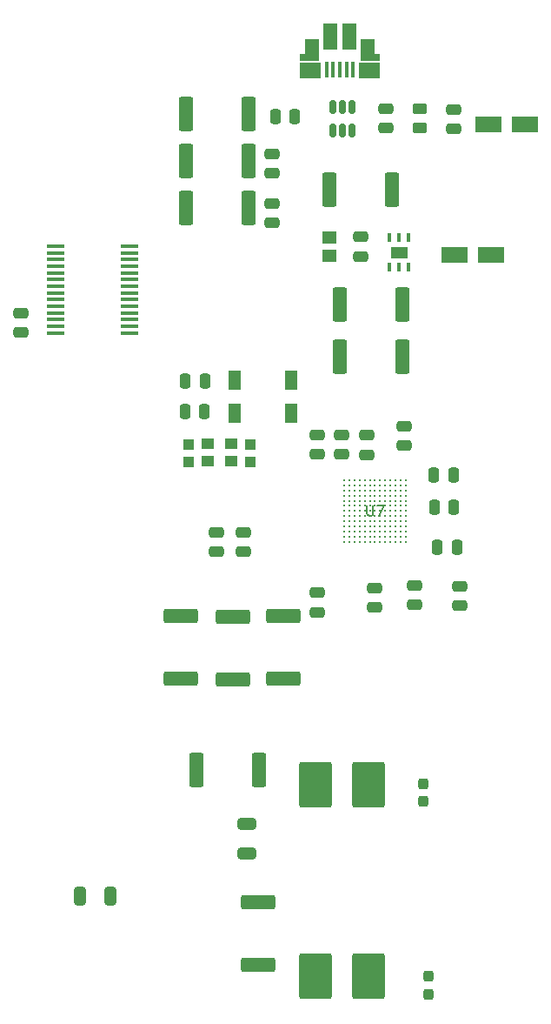
<source format=gbr>
%TF.GenerationSoftware,KiCad,Pcbnew,(6.0.11)*%
%TF.CreationDate,2023-03-28T17:23:35-03:00*%
%TF.ProjectId,singledaq,73696e67-6c65-4646-9171-2e6b69636164,rev?*%
%TF.SameCoordinates,Original*%
%TF.FileFunction,Paste,Top*%
%TF.FilePolarity,Positive*%
%FSLAX46Y46*%
G04 Gerber Fmt 4.6, Leading zero omitted, Abs format (unit mm)*
G04 Created by KiCad (PCBNEW (6.0.11)) date 2023-03-28 17:23:35*
%MOMM*%
%LPD*%
G01*
G04 APERTURE LIST*
G04 Aperture macros list*
%AMRoundRect*
0 Rectangle with rounded corners*
0 $1 Rounding radius*
0 $2 $3 $4 $5 $6 $7 $8 $9 X,Y pos of 4 corners*
0 Add a 4 corners polygon primitive as box body*
4,1,4,$2,$3,$4,$5,$6,$7,$8,$9,$2,$3,0*
0 Add four circle primitives for the rounded corners*
1,1,$1+$1,$2,$3*
1,1,$1+$1,$4,$5*
1,1,$1+$1,$6,$7*
1,1,$1+$1,$8,$9*
0 Add four rect primitives between the rounded corners*
20,1,$1+$1,$2,$3,$4,$5,0*
20,1,$1+$1,$4,$5,$6,$7,0*
20,1,$1+$1,$6,$7,$8,$9,0*
20,1,$1+$1,$8,$9,$2,$3,0*%
G04 Aperture macros list end*
%ADD10C,0.150000*%
%ADD11C,0.010000*%
%ADD12RoundRect,0.250000X0.475000X-0.250000X0.475000X0.250000X-0.475000X0.250000X-0.475000X-0.250000X0*%
%ADD13RoundRect,0.250000X-0.475000X0.250000X-0.475000X-0.250000X0.475000X-0.250000X0.475000X0.250000X0*%
%ADD14R,1.000000X1.100000*%
%ADD15RoundRect,0.250000X0.325000X0.650000X-0.325000X0.650000X-0.325000X-0.650000X0.325000X-0.650000X0*%
%ADD16R,0.400000X1.650000*%
%ADD17R,1.430000X2.500000*%
%ADD18R,1.350000X2.000000*%
%ADD19R,2.000000X1.500000*%
%ADD20R,1.825000X0.700000*%
%ADD21RoundRect,0.249999X1.425001X-0.450001X1.425001X0.450001X-1.425001X0.450001X-1.425001X-0.450001X0*%
%ADD22RoundRect,0.250000X0.450000X-0.262500X0.450000X0.262500X-0.450000X0.262500X-0.450000X-0.262500X0*%
%ADD23RoundRect,0.150000X0.150000X-0.512500X0.150000X0.512500X-0.150000X0.512500X-0.150000X-0.512500X0*%
%ADD24RoundRect,0.250000X-0.250000X-0.475000X0.250000X-0.475000X0.250000X0.475000X-0.250000X0.475000X0*%
%ADD25RoundRect,0.249999X-1.425001X0.450001X-1.425001X-0.450001X1.425001X-0.450001X1.425001X0.450001X0*%
%ADD26RoundRect,0.250000X0.250000X0.475000X-0.250000X0.475000X-0.250000X-0.475000X0.250000X-0.475000X0*%
%ADD27RoundRect,0.237500X0.237500X-0.300000X0.237500X0.300000X-0.237500X0.300000X-0.237500X-0.300000X0*%
%ADD28RoundRect,0.249999X0.450001X1.425001X-0.450001X1.425001X-0.450001X-1.425001X0.450001X-1.425001X0*%
%ADD29RoundRect,0.249999X-0.450001X-1.425001X0.450001X-1.425001X0.450001X1.425001X-0.450001X1.425001X0*%
%ADD30R,1.300000X1.900000*%
%ADD31R,1.750000X0.450000*%
%ADD32R,1.210000X1.110000*%
%ADD33RoundRect,0.250000X-1.050000X-0.550000X1.050000X-0.550000X1.050000X0.550000X-1.050000X0.550000X0*%
%ADD34RoundRect,0.250000X1.350000X1.975000X-1.350000X1.975000X-1.350000X-1.975000X1.350000X-1.975000X0*%
%ADD35RoundRect,0.250000X0.650000X-0.325000X0.650000X0.325000X-0.650000X0.325000X-0.650000X-0.325000X0*%
%ADD36R,0.420000X0.840000*%
%ADD37C,0.270000*%
%ADD38R,1.450000X1.150000*%
%ADD39RoundRect,0.237500X-0.237500X0.300000X-0.237500X-0.300000X0.237500X-0.300000X0.237500X0.300000X0*%
G04 APERTURE END LIST*
D10*
%TO.C,U7*%
X138938095Y-85812380D02*
X138938095Y-86621904D01*
X138985714Y-86717142D01*
X139033333Y-86764761D01*
X139128571Y-86812380D01*
X139319047Y-86812380D01*
X139414285Y-86764761D01*
X139461904Y-86717142D01*
X139509523Y-86621904D01*
X139509523Y-85812380D01*
X139890476Y-85812380D02*
X140557142Y-85812380D01*
X140128571Y-86812380D01*
%TO.C,IB2*%
G36*
X142828569Y-61675966D02*
G01*
X141247431Y-61675966D01*
X141247431Y-60664034D01*
X142828569Y-60664034D01*
X142828569Y-61675966D01*
G37*
D11*
X142828569Y-61675966D02*
X141247431Y-61675966D01*
X141247431Y-60664034D01*
X142828569Y-60664034D01*
X142828569Y-61675966D01*
%TD*%
D12*
%TO.C,C104*%
X140782250Y-49114250D03*
X140782250Y-47214250D03*
%TD*%
D13*
%TO.C,C102*%
X129658000Y-51584000D03*
X129658000Y-53484000D03*
%TD*%
D14*
%TO.C,C602*%
X127572082Y-81624998D03*
X127572082Y-79924998D03*
%TD*%
D15*
%TO.C,C505*%
X113925000Y-123880000D03*
X110975000Y-123880000D03*
%TD*%
D16*
%TO.C,JUSB1*%
X137587000Y-43377000D03*
X136937000Y-43377000D03*
X136287000Y-43377000D03*
X135637000Y-43377000D03*
X134987000Y-43377000D03*
D17*
X135327000Y-40227000D03*
D18*
X133537000Y-41427000D03*
D19*
X139137000Y-43477000D03*
D18*
X139017000Y-41427000D03*
D19*
X133387000Y-43497000D03*
D20*
X133287000Y-42177000D03*
D17*
X137247000Y-40227000D03*
D20*
X139237000Y-42177000D03*
%TD*%
D21*
%TO.C,R603*%
X130800000Y-102660000D03*
X130800000Y-96560000D03*
%TD*%
D12*
%TO.C,C801*%
X138910000Y-80880000D03*
X138910000Y-78980000D03*
%TD*%
%TO.C,C105*%
X147386250Y-49180250D03*
X147386250Y-47280250D03*
%TD*%
D22*
%TO.C,FB101*%
X144084250Y-49076750D03*
X144084250Y-47251750D03*
%TD*%
D23*
%TO.C,U1*%
X135566000Y-49353500D03*
X136516000Y-49353500D03*
X137466000Y-49353500D03*
X137466000Y-47078500D03*
X136516000Y-47078500D03*
X135566000Y-47078500D03*
%TD*%
D24*
%TO.C,C810*%
X145470000Y-86030000D03*
X147370000Y-86030000D03*
%TD*%
D25*
%TO.C,R605*%
X120810000Y-96600000D03*
X120810000Y-102700000D03*
%TD*%
%TO.C,R602*%
X128338224Y-124420000D03*
X128338224Y-130520000D03*
%TD*%
D26*
%TO.C,C401*%
X123130000Y-73750000D03*
X121230000Y-73750000D03*
%TD*%
D12*
%TO.C,C809*%
X142560000Y-80022071D03*
X142560000Y-78122071D03*
%TD*%
D27*
%TO.C,C504*%
X144400000Y-114620000D03*
X144400000Y-112895000D03*
%TD*%
D28*
%TO.C,R601*%
X128380000Y-111540000D03*
X122280000Y-111540000D03*
%TD*%
D29*
%TO.C,R202*%
X136260000Y-66250000D03*
X142360000Y-66250000D03*
%TD*%
D12*
%TO.C,C202*%
X138294000Y-61600000D03*
X138294000Y-59700000D03*
%TD*%
D30*
%TO.C,Y4*%
X126020000Y-76850000D03*
X131520000Y-76850000D03*
X131520000Y-73650000D03*
X126020000Y-73650000D03*
%TD*%
D12*
%TO.C,C701*%
X134110000Y-80850000D03*
X134110000Y-78950000D03*
%TD*%
D31*
%TO.C,U3*%
X115810000Y-69035000D03*
X115810000Y-68385000D03*
X115810000Y-67735000D03*
X115810000Y-67085000D03*
X115810000Y-66435000D03*
X115810000Y-65785000D03*
X115810000Y-65135000D03*
X115810000Y-64485000D03*
X115810000Y-63835000D03*
X115810000Y-63185000D03*
X115810000Y-62535000D03*
X115810000Y-61885000D03*
X115810000Y-61235000D03*
X115810000Y-60585000D03*
X108610000Y-60585000D03*
X108610000Y-61235000D03*
X108610000Y-61885000D03*
X108610000Y-62535000D03*
X108610000Y-63185000D03*
X108610000Y-63835000D03*
X108610000Y-64485000D03*
X108610000Y-65135000D03*
X108610000Y-65785000D03*
X108610000Y-66435000D03*
X108610000Y-67085000D03*
X108610000Y-67735000D03*
X108610000Y-68385000D03*
X108610000Y-69035000D03*
%TD*%
D32*
%TO.C,Y1*%
X123370082Y-81542998D03*
X125670082Y-81542998D03*
X125670082Y-79842998D03*
X123370082Y-79842998D03*
%TD*%
D14*
%TO.C,C601*%
X121522082Y-81594998D03*
X121522082Y-79894998D03*
%TD*%
D12*
%TO.C,C703*%
X126840000Y-90330000D03*
X126840000Y-88430000D03*
%TD*%
D13*
%TO.C,C806*%
X143560000Y-93580000D03*
X143560000Y-95480000D03*
%TD*%
D12*
%TO.C,C702*%
X124250000Y-90330000D03*
X124250000Y-88430000D03*
%TD*%
D33*
%TO.C,C106*%
X150718000Y-48724000D03*
X154318000Y-48724000D03*
%TD*%
%TO.C,C201*%
X147416000Y-61424000D03*
X151016000Y-61424000D03*
%TD*%
D34*
%TO.C,R1*%
X139110000Y-131640000D03*
X133910000Y-131640000D03*
%TD*%
D24*
%TO.C,C802*%
X145440000Y-82830000D03*
X147340000Y-82830000D03*
%TD*%
D13*
%TO.C,C808*%
X134042700Y-94297300D03*
X134042700Y-96197300D03*
%TD*%
D28*
%TO.C,R203*%
X142360000Y-71330000D03*
X136260000Y-71330000D03*
%TD*%
%TO.C,R101*%
X127374000Y-47708000D03*
X121274000Y-47708000D03*
%TD*%
D35*
%TO.C,C506*%
X127215645Y-119727000D03*
X127215645Y-116777000D03*
%TD*%
D21*
%TO.C,R604*%
X125850000Y-102750000D03*
X125850000Y-96650000D03*
%TD*%
D13*
%TO.C,C103*%
X129658000Y-56410000D03*
X129658000Y-58310000D03*
%TD*%
D36*
%TO.C,IB2*%
X142988000Y-59735000D03*
X142038000Y-59735000D03*
X141088000Y-59735000D03*
X141088000Y-62605000D03*
X142038000Y-62605000D03*
X142988000Y-62605000D03*
%TD*%
D28*
%TO.C,R201*%
X141344000Y-55074000D03*
X135244000Y-55074000D03*
%TD*%
D12*
%TO.C,C804*%
X136480000Y-80860000D03*
X136480000Y-78960000D03*
%TD*%
D26*
%TO.C,C101*%
X131878000Y-47962000D03*
X129978000Y-47962000D03*
%TD*%
D28*
%TO.C,R103*%
X127374000Y-56852000D03*
X121274000Y-56852000D03*
%TD*%
D26*
%TO.C,C402*%
X123100000Y-76680000D03*
X121200000Y-76680000D03*
%TD*%
D37*
%TO.C,U7*%
X136700000Y-83360000D03*
X137200000Y-83360000D03*
X137700000Y-83360000D03*
X138200000Y-83360000D03*
X138700000Y-83360000D03*
X139200000Y-83360000D03*
X139700000Y-83360000D03*
X140200000Y-83360000D03*
X140700000Y-83360000D03*
X141200000Y-83360000D03*
X141700000Y-83360000D03*
X142200000Y-83360000D03*
X142700000Y-83360000D03*
X136700000Y-83860000D03*
X137200000Y-83860000D03*
X137700000Y-83860000D03*
X138200000Y-83860000D03*
X138700000Y-83860000D03*
X139200000Y-83860000D03*
X139700000Y-83860000D03*
X140200000Y-83860000D03*
X140700000Y-83860000D03*
X141200000Y-83860000D03*
X141700000Y-83860000D03*
X142200000Y-83860000D03*
X142700000Y-83860000D03*
X136700000Y-84360000D03*
X137200000Y-84360000D03*
X137700000Y-84360000D03*
X138200000Y-84360000D03*
X138700000Y-84360000D03*
X139200000Y-84360000D03*
X139700000Y-84360000D03*
X140200000Y-84360000D03*
X140700000Y-84360000D03*
X141200000Y-84360000D03*
X141700000Y-84360000D03*
X142200000Y-84360000D03*
X142700000Y-84360000D03*
X136700000Y-84860000D03*
X137200000Y-84860000D03*
X137700000Y-84860000D03*
X138200000Y-84860000D03*
X138700000Y-84860000D03*
X139200000Y-84860000D03*
X139700000Y-84860000D03*
X140200000Y-84860000D03*
X140700000Y-84860000D03*
X141200000Y-84860000D03*
X141700000Y-84860000D03*
X142200000Y-84860000D03*
X142700000Y-84860000D03*
X136700000Y-85360000D03*
X137200000Y-85360000D03*
X137700000Y-85360000D03*
X138200000Y-85360000D03*
X138700000Y-85360000D03*
X139200000Y-85360000D03*
X139700000Y-85360000D03*
X140200000Y-85360000D03*
X140700000Y-85360000D03*
X141200000Y-85360000D03*
X141700000Y-85360000D03*
X142200000Y-85360000D03*
X142700000Y-85360000D03*
X136700000Y-85860000D03*
X137200000Y-85860000D03*
X137700000Y-85860000D03*
X138200000Y-85860000D03*
X138700000Y-85860000D03*
X139200000Y-85860000D03*
X139700000Y-85860000D03*
X140200000Y-85860000D03*
X140700000Y-85860000D03*
X141200000Y-85860000D03*
X141700000Y-85860000D03*
X142200000Y-85860000D03*
X142700000Y-85860000D03*
X136700000Y-86360000D03*
X137200000Y-86360000D03*
X137700000Y-86360000D03*
X138200000Y-86360000D03*
X138700000Y-86360000D03*
X139200000Y-86360000D03*
X139700000Y-86360000D03*
X140200000Y-86360000D03*
X140700000Y-86360000D03*
X141200000Y-86360000D03*
X141700000Y-86360000D03*
X142200000Y-86360000D03*
X142700000Y-86360000D03*
X136700000Y-86860000D03*
X137200000Y-86860000D03*
X137700000Y-86860000D03*
X138200000Y-86860000D03*
X138700000Y-86860000D03*
X139200000Y-86860000D03*
X139700000Y-86860000D03*
X140200000Y-86860000D03*
X140700000Y-86860000D03*
X141200000Y-86860000D03*
X141700000Y-86860000D03*
X142200000Y-86860000D03*
X142700000Y-86860000D03*
X136700000Y-87360000D03*
X137200000Y-87360000D03*
X137700000Y-87360000D03*
X138200000Y-87360000D03*
X138700000Y-87360000D03*
X139200000Y-87360000D03*
X139700000Y-87360000D03*
X140200000Y-87360000D03*
X140700000Y-87360000D03*
X141200000Y-87360000D03*
X141700000Y-87360000D03*
X142200000Y-87360000D03*
X142700000Y-87360000D03*
X136700000Y-87860000D03*
X137200000Y-87860000D03*
X137700000Y-87860000D03*
X138200000Y-87860000D03*
X138700000Y-87860000D03*
X139200000Y-87860000D03*
X139700000Y-87860000D03*
X140200000Y-87860000D03*
X140700000Y-87860000D03*
X141200000Y-87860000D03*
X141700000Y-87860000D03*
X142200000Y-87860000D03*
X142700000Y-87860000D03*
X136700000Y-88360000D03*
X137200000Y-88360000D03*
X137700000Y-88360000D03*
X138200000Y-88360000D03*
X138700000Y-88360000D03*
X139200000Y-88360000D03*
X139700000Y-88360000D03*
X140200000Y-88360000D03*
X140700000Y-88360000D03*
X141200000Y-88360000D03*
X141700000Y-88360000D03*
X142200000Y-88360000D03*
X142700000Y-88360000D03*
X136700000Y-88860000D03*
X137200000Y-88860000D03*
X137700000Y-88860000D03*
X138200000Y-88860000D03*
X138700000Y-88860000D03*
X139200000Y-88860000D03*
X139700000Y-88860000D03*
X140200000Y-88860000D03*
X140700000Y-88860000D03*
X141200000Y-88860000D03*
X141700000Y-88860000D03*
X142200000Y-88860000D03*
X142700000Y-88860000D03*
X136700000Y-89360000D03*
X137200000Y-89360000D03*
X137700000Y-89360000D03*
X138200000Y-89360000D03*
X138700000Y-89360000D03*
X139200000Y-89360000D03*
X139700000Y-89360000D03*
X140200000Y-89360000D03*
X140700000Y-89360000D03*
X141200000Y-89360000D03*
X141700000Y-89360000D03*
X142200000Y-89360000D03*
X142700000Y-89360000D03*
%TD*%
D34*
%TO.C,R2*%
X139110000Y-113040000D03*
X133910000Y-113040000D03*
%TD*%
D38*
%TO.C,C203*%
X135246000Y-61550000D03*
X135246000Y-59750000D03*
%TD*%
D13*
%TO.C,C807*%
X148000000Y-93670000D03*
X148000000Y-95570000D03*
%TD*%
D28*
%TO.C,R102*%
X127374000Y-52280000D03*
X121274000Y-52280000D03*
%TD*%
D39*
%TO.C,C503*%
X144880000Y-131647500D03*
X144880000Y-133372500D03*
%TD*%
D24*
%TO.C,C803*%
X145790000Y-89910000D03*
X147690000Y-89910000D03*
%TD*%
D12*
%TO.C,C301*%
X105179000Y-67115000D03*
X105179000Y-69015000D03*
%TD*%
D13*
%TO.C,C805*%
X139680000Y-93864142D03*
X139680000Y-95764142D03*
%TD*%
M02*

</source>
